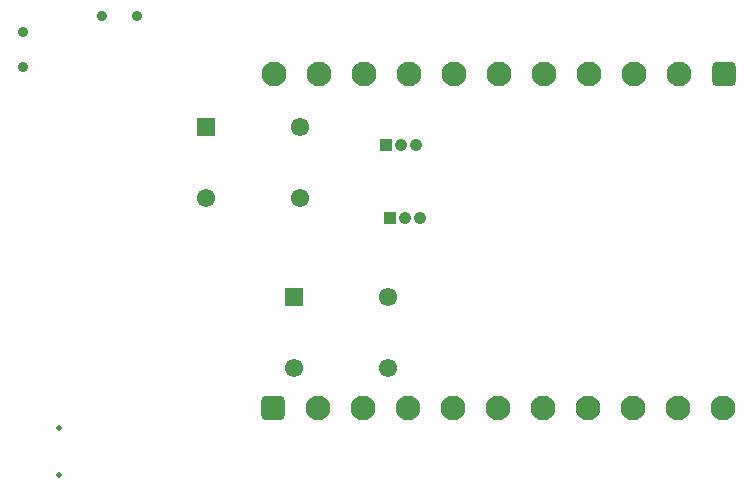
<source format=gbr>
G04*
G04 #@! TF.GenerationSoftware,Altium Limited,Altium Designer,24.1.2 (44)*
G04*
G04 Layer_Color=255*
%FSLAX44Y44*%
%MOMM*%
G71*
G04*
G04 #@! TF.SameCoordinates,5DE7BCAC-930E-4ACC-850D-064FDCF0EFED*
G04*
G04*
G04 #@! TF.FilePolarity,Positive*
G04*
G01*
G75*
%ADD55C,0.9000*%
%ADD59R,1.5500X1.5500*%
%ADD60C,1.5500*%
%ADD64C,0.5000*%
%ADD65C,2.1000*%
G04:AMPARAMS|DCode=66|XSize=2.1mm|YSize=2.1mm|CornerRadius=0.525mm|HoleSize=0mm|Usage=FLASHONLY|Rotation=180.000|XOffset=0mm|YOffset=0mm|HoleType=Round|Shape=RoundedRectangle|*
%AMROUNDEDRECTD66*
21,1,2.1000,1.0500,0,0,180.0*
21,1,1.0500,2.1000,0,0,180.0*
1,1,1.0500,-0.5250,0.5250*
1,1,1.0500,0.5250,0.5250*
1,1,1.0500,0.5250,-0.5250*
1,1,1.0500,-0.5250,-0.5250*
%
%ADD66ROUNDEDRECTD66*%
%ADD67R,1.0500X1.0500*%
%ADD68C,1.0500*%
D55*
X125985Y415966D02*
D03*
X95985D02*
D03*
X29600Y402827D02*
D03*
Y372826D02*
D03*
D59*
X258450Y178590D02*
D03*
X184204Y322342D02*
D03*
D60*
X338450Y178590D02*
D03*
X258450Y118590D02*
D03*
X338450D02*
D03*
X264204Y262342D02*
D03*
X184204D02*
D03*
X264204Y322342D02*
D03*
D64*
X59600Y27310D02*
D03*
Y67310D02*
D03*
D65*
X242006Y367168D02*
D03*
X280106D02*
D03*
X356306D02*
D03*
X432506D02*
D03*
X508706D02*
D03*
X546806D02*
D03*
X584906D02*
D03*
X470606D02*
D03*
X394406D02*
D03*
X318206D02*
D03*
X622337Y84648D02*
D03*
X584237D02*
D03*
X508037D02*
D03*
X431837D02*
D03*
X355637D02*
D03*
X317537D02*
D03*
X279437D02*
D03*
X393737D02*
D03*
X469937D02*
D03*
X546137D02*
D03*
D66*
X623006Y367168D02*
D03*
X241337Y84648D02*
D03*
D67*
X336550Y307340D02*
D03*
X340360Y245110D02*
D03*
D68*
X349250Y307340D02*
D03*
X361950D02*
D03*
X353060Y245110D02*
D03*
X365760D02*
D03*
M02*

</source>
